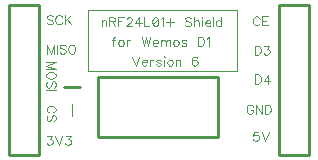
<source format=gbr>
G04 DipTrace 3.1.0.1*
G04 TopSilk.gbr*
%MOIN*%
G04 #@! TF.FileFunction,Legend,Top*
G04 #@! TF.Part,Single*
%ADD10C,0.009843*%
%ADD14C,0.003937*%
%ADD27C,0.004632*%
%FSLAX26Y26*%
G04*
G70*
G90*
G75*
G01*
G04 TopSilk*
%LPD*%
X685827Y450787D2*
D10*
X1085827D1*
X685827Y650787D2*
X1085827D1*
X685827Y450787D2*
Y650787D1*
X1085827Y450787D2*
Y650787D1*
X1389764Y891255D2*
X1289764D1*
X1389764Y391255D2*
Y891255D1*
X1289764Y391255D2*
Y891255D1*
X1389764Y391255D2*
X1289764D1*
X489764Y891339D2*
X389764D1*
X489764Y391339D2*
Y891339D1*
X389764Y391339D2*
Y891339D1*
X489764Y391339D2*
X389764D1*
X574429Y617738D2*
X625571D1*
X654331Y872835D2*
D14*
X1148031D1*
Y671654D1*
X654331D1*
Y872835D1*
X598819Y560630D2*
Y521654D1*
X698189Y839672D2*
D27*
Y819576D1*
Y833935D2*
X702500Y838246D1*
X705385Y839672D1*
X709663D1*
X712548Y838246D1*
X713974Y833935D1*
Y819576D1*
X723237Y835361D2*
X736137D1*
X740448Y836820D1*
X741907Y838246D1*
X743333Y841098D1*
Y843983D1*
X741907Y846835D1*
X740448Y848294D1*
X736137Y849720D1*
X723237D1*
Y819576D1*
X733285Y835361D2*
X743333Y819576D1*
X771267Y849720D2*
X752597D1*
Y819576D1*
Y835361D2*
X764071D1*
X781989Y842524D2*
Y843950D1*
X783415Y846835D1*
X784841Y848261D1*
X787726Y849687D1*
X793463D1*
X796315Y848261D1*
X797741Y846835D1*
X799200Y843950D1*
Y841098D1*
X797741Y838213D1*
X794889Y833935D1*
X780530Y819576D1*
X800626D1*
X824249D2*
Y849687D1*
X809890Y829624D1*
X831412D1*
X840675Y849720D2*
Y819576D1*
X857886D1*
X875772Y849687D2*
X871461Y848261D1*
X868576Y843950D1*
X867150Y836787D1*
Y832476D1*
X868576Y825313D1*
X871461Y821002D1*
X875772Y819576D1*
X878624D1*
X882935Y821002D1*
X885787Y825313D1*
X887246Y832476D1*
Y836787D1*
X885787Y843950D1*
X882935Y848261D1*
X878624Y849687D1*
X875772D1*
X885787Y843950D2*
X868576Y825313D1*
X896509Y843950D2*
X899394Y845409D1*
X903705Y849687D1*
Y819576D1*
X925869Y847548D2*
Y821715D1*
X912969Y834615D2*
X938802D1*
X997322Y845409D2*
X994470Y848294D1*
X990159Y849720D1*
X984422D1*
X980111Y848294D1*
X977226Y845409D1*
Y842557D1*
X978685Y839672D1*
X980111Y838246D1*
X982963Y836820D1*
X991585Y833935D1*
X994470Y832509D1*
X995896Y831050D1*
X997322Y828198D1*
Y823887D1*
X994470Y821035D1*
X990159Y819576D1*
X984422D1*
X980111Y821035D1*
X977226Y823887D1*
X1006586Y849720D2*
Y819576D1*
Y833935D2*
X1010897Y838246D1*
X1013782Y839672D1*
X1018093D1*
X1020945Y838246D1*
X1022371Y833935D1*
Y819576D1*
X1031634Y849720D2*
X1033060Y848294D1*
X1034519Y849720D1*
X1033060Y851179D1*
X1031634Y849720D1*
X1033060Y839672D2*
Y819576D1*
X1043783Y831050D2*
X1060994D1*
Y833935D1*
X1059568Y836820D1*
X1058142Y838246D1*
X1055257Y839672D1*
X1050946D1*
X1048094Y838246D1*
X1045209Y835361D1*
X1043783Y831050D1*
Y828198D1*
X1045209Y823887D1*
X1048094Y821035D1*
X1050946Y819576D1*
X1055257D1*
X1058142Y821035D1*
X1060994Y823887D1*
X1070257Y849720D2*
Y819576D1*
X1096732Y849720D2*
Y819576D1*
Y835361D2*
X1093880Y838246D1*
X1090995Y839672D1*
X1086684D1*
X1083832Y838246D1*
X1080947Y835361D1*
X1079521Y831050D1*
Y828198D1*
X1080947Y823887D1*
X1083832Y821035D1*
X1086684Y819576D1*
X1090995D1*
X1093880Y821035D1*
X1096732Y823887D1*
X744308Y783578D2*
X741456D1*
X738571Y782152D1*
X737145Y777841D1*
Y753434D1*
X732834Y773530D2*
X742882D1*
X760735D2*
X757883Y772104D1*
X754998Y769219D1*
X753572Y764908D1*
Y762056D1*
X754998Y757745D1*
X757883Y754893D1*
X760735Y753434D1*
X765046D1*
X767931Y754893D1*
X770783Y757745D1*
X772242Y762056D1*
Y764908D1*
X770783Y769219D1*
X767931Y772104D1*
X765046Y773530D1*
X760735D1*
X781505D2*
Y753434D1*
Y764908D2*
X782964Y769219D1*
X785816Y772104D1*
X788701Y773530D1*
X793012D1*
X831437Y783578D2*
X838633Y753434D1*
X845796Y783578D1*
X852959Y753434D1*
X860155Y783578D1*
X869418Y764908D2*
X886629D1*
Y767793D1*
X885203Y770678D1*
X883777Y772104D1*
X880892Y773530D1*
X876581D1*
X873729Y772104D1*
X870844Y769219D1*
X869418Y764908D1*
Y762056D1*
X870844Y757745D1*
X873729Y754893D1*
X876581Y753434D1*
X880892D1*
X883777Y754893D1*
X886629Y757745D1*
X895893Y773530D2*
Y753434D1*
Y767793D2*
X900204Y772104D1*
X903089Y773530D1*
X907367D1*
X910252Y772104D1*
X911678Y767793D1*
Y753434D1*
Y767793D2*
X915989Y772104D1*
X918874Y773530D1*
X923152D1*
X926037Y772104D1*
X927496Y767793D1*
Y753434D1*
X943922Y773530D2*
X941070Y772104D1*
X938185Y769219D1*
X936759Y764908D1*
Y762056D1*
X938185Y757745D1*
X941070Y754893D1*
X943922Y753434D1*
X948233D1*
X951118Y754893D1*
X953970Y757745D1*
X955429Y762056D1*
Y764908D1*
X953970Y769219D1*
X951118Y772104D1*
X948233Y773530D1*
X943922D1*
X980478Y769219D2*
X979052Y772104D1*
X974741Y773530D1*
X970430D1*
X966119Y772104D1*
X964693Y769219D1*
X966119Y766367D1*
X969004Y764908D1*
X976167Y763482D1*
X979052Y762056D1*
X980478Y759171D1*
Y757745D1*
X979052Y754893D1*
X974741Y753434D1*
X970430D1*
X966119Y754893D1*
X964693Y757745D1*
X1018902Y783578D2*
Y753434D1*
X1028950D1*
X1033261Y754893D1*
X1036146Y757745D1*
X1037572Y760630D1*
X1038998Y764908D1*
Y772104D1*
X1037572Y776415D1*
X1036146Y779267D1*
X1033261Y782152D1*
X1028950Y783578D1*
X1018902D1*
X1048262Y777808D2*
X1051147Y779267D1*
X1055458Y783545D1*
Y753434D1*
X800658Y718528D2*
X812132Y688384D1*
X823606Y718528D1*
X832870Y699858D2*
X850081D1*
Y702743D1*
X848655Y705628D1*
X847229Y707054D1*
X844344Y708480D1*
X840033D1*
X837181Y707054D1*
X834296Y704169D1*
X832870Y699858D1*
Y697006D1*
X834296Y692695D1*
X837181Y689843D1*
X840033Y688384D1*
X844344D1*
X847229Y689843D1*
X850081Y692695D1*
X859344Y708480D2*
Y688384D1*
Y699858D2*
X860803Y704169D1*
X863655Y707054D1*
X866540Y708480D1*
X870851D1*
X895900Y704169D2*
X894474Y707054D1*
X890163Y708480D1*
X885852D1*
X881541Y707054D1*
X880115Y704169D1*
X881541Y701317D1*
X884426Y699858D1*
X891589Y698432D1*
X894474Y697006D1*
X895900Y694121D1*
Y692695D1*
X894474Y689843D1*
X890163Y688384D1*
X885852D1*
X881541Y689843D1*
X880115Y692695D1*
X905164Y718528D2*
X906589Y717102D1*
X908049Y718528D1*
X906589Y719987D1*
X905164Y718528D1*
X906589Y708480D2*
Y688384D1*
X924475Y708480D2*
X921623Y707054D1*
X918738Y704169D1*
X917312Y699858D1*
Y697006D1*
X918738Y692695D1*
X921623Y689843D1*
X924475Y688384D1*
X928786D1*
X931671Y689843D1*
X934523Y692695D1*
X935982Y697006D1*
Y699858D1*
X934523Y704169D1*
X931671Y707054D1*
X928786Y708480D1*
X924475D1*
X945246D2*
Y688384D1*
Y702743D2*
X949557Y707054D1*
X952442Y708480D1*
X956720D1*
X959605Y707054D1*
X961031Y702743D1*
Y688384D1*
X1016666Y714217D2*
X1015240Y717069D1*
X1010929Y718495D1*
X1008077D1*
X1003766Y717069D1*
X1000881Y712758D1*
X999455Y705595D1*
Y698432D1*
X1000881Y692695D1*
X1003766Y689810D1*
X1008077Y688384D1*
X1009503D1*
X1013781Y689810D1*
X1016666Y692695D1*
X1018092Y697006D1*
Y698432D1*
X1016666Y702743D1*
X1013781Y705595D1*
X1009503Y707021D1*
X1008077D1*
X1003766Y705595D1*
X1000881Y702743D1*
X999455Y698432D1*
X517734Y454057D2*
X533486D1*
X524897Y442583D1*
X529208D1*
X532060Y441157D1*
X533486Y439731D1*
X534945Y435420D1*
Y432568D1*
X533486Y428257D1*
X530634Y425372D1*
X526323Y423946D1*
X522012D1*
X517734Y425372D1*
X516308Y426831D1*
X514849Y429683D1*
X544208Y454090D2*
X555682Y423946D1*
X567156Y454090D1*
X579305Y454057D2*
X595057D1*
X586468Y442583D1*
X590779D1*
X593631Y441157D1*
X595057Y439731D1*
X596516Y435420D1*
Y432568D1*
X595057Y428257D1*
X592205Y425372D1*
X587894Y423946D1*
X583583D1*
X579305Y425372D1*
X577879Y426831D1*
X576420Y429683D1*
X1224653Y845050D2*
X1223227Y847902D1*
X1220342Y850787D1*
X1217490Y852213D1*
X1211753D1*
X1208868Y850787D1*
X1206016Y847902D1*
X1204557Y845050D1*
X1203131Y840739D1*
Y833543D1*
X1204557Y829265D1*
X1206016Y826380D1*
X1208868Y823528D1*
X1211753Y822069D1*
X1217490D1*
X1220342Y823528D1*
X1223227Y826380D1*
X1224653Y829265D1*
X1252553Y852213D2*
X1233916D1*
Y822069D1*
X1252553D1*
X1233916Y837854D2*
X1245390D1*
X537839Y532112D2*
X540691Y533538D1*
X543576Y536423D1*
X545002Y539275D1*
Y545012D1*
X543576Y547897D1*
X540691Y550749D1*
X537839Y552208D1*
X533528Y553634D1*
X526332D1*
X522054Y552208D1*
X519169Y550749D1*
X516317Y547897D1*
X514858Y545012D1*
Y539275D1*
X516317Y536423D1*
X519169Y533538D1*
X522054Y532112D1*
X540691Y502753D2*
X543576Y505605D1*
X545002Y509916D1*
Y515653D1*
X543576Y519964D1*
X540691Y522849D1*
X537839D1*
X534954Y521390D1*
X533528Y519964D1*
X532102Y517112D1*
X529217Y508490D1*
X527791Y505605D1*
X526332Y504179D1*
X523480Y502753D1*
X519169D1*
X516317Y505605D1*
X514858Y509916D1*
Y515653D1*
X516317Y519964D1*
X519169Y522849D1*
X514466Y676751D2*
X544610D1*
X514465Y688225D1*
X544610Y699698D1*
X514466D1*
X544609Y658865D2*
X543184Y661750D1*
X540298Y664602D1*
X537447Y666061D1*
X533136Y667487D1*
X525939D1*
X521662Y666061D1*
X518777Y664602D1*
X515925Y661750D1*
X514466Y658865D1*
Y653128D1*
X515925Y650276D1*
X518777Y647391D1*
X521662Y645965D1*
X525939Y644539D1*
X533136D1*
X537447Y645965D1*
X540298Y647391D1*
X543184Y650276D1*
X544609Y653128D1*
Y658865D1*
X540298Y615180D2*
X543184Y618032D1*
X544610Y622343D1*
Y628080D1*
X543184Y632391D1*
X540298Y635276D1*
X537447D1*
X534562Y633816D1*
X533136Y632391D1*
X531710Y629539D1*
X528825Y620917D1*
X527399Y618032D1*
X525939Y616606D1*
X523088Y615180D1*
X518777D1*
X515925Y618032D1*
X514466Y622343D1*
Y628080D1*
X515925Y632391D1*
X518777Y635276D1*
X544610Y605916D2*
X514466D1*
X539613Y728124D2*
Y758268D1*
X528139Y728124D1*
X516665Y758268D1*
Y728124D1*
X548876Y758268D2*
Y728124D1*
X578236Y753957D2*
X575384Y756842D1*
X571073Y758268D1*
X565336D1*
X561025Y756842D1*
X558140Y753957D1*
Y751105D1*
X559599Y748220D1*
X561025Y746794D1*
X563877Y745368D1*
X572499Y742483D1*
X575384Y741057D1*
X576810Y739598D1*
X578236Y736746D1*
Y732435D1*
X575384Y729583D1*
X571073Y728124D1*
X565336D1*
X561025Y729583D1*
X558140Y732435D1*
X596122Y758268D2*
X593237Y756842D1*
X590385Y753957D1*
X588925Y751105D1*
X587500Y746794D1*
Y739598D1*
X588925Y735320D1*
X590385Y732435D1*
X593237Y729583D1*
X596122Y728124D1*
X601859D1*
X604710Y729583D1*
X607596Y732435D1*
X609021Y735320D1*
X610447Y739598D1*
Y746794D1*
X609021Y751105D1*
X607596Y753957D1*
X604710Y756842D1*
X601859Y758268D1*
X596122D1*
X535264Y852066D2*
X532412Y854951D1*
X528101Y856377D1*
X522364D1*
X518053Y854951D1*
X515168Y852066D1*
Y849214D1*
X516627Y846329D1*
X518053Y844903D1*
X520905Y843477D1*
X529527Y840592D1*
X532412Y839166D1*
X533838Y837707D1*
X535264Y834855D1*
Y830544D1*
X532412Y827692D1*
X528101Y826233D1*
X522364D1*
X518053Y827692D1*
X515168Y830544D1*
X566049Y849214D2*
X564623Y852066D1*
X561738Y854951D1*
X558886Y856377D1*
X553149D1*
X550264Y854951D1*
X547412Y852066D1*
X545953Y849214D1*
X544527Y844903D1*
Y837707D1*
X545953Y833429D1*
X547412Y830544D1*
X550264Y827692D1*
X553149Y826233D1*
X558886D1*
X561738Y827692D1*
X564623Y830544D1*
X566049Y833429D1*
X575313Y856377D2*
Y826233D1*
X595409Y856377D2*
X575313Y836281D1*
X582476Y843477D2*
X595409Y826233D1*
X1202831Y550789D2*
X1201405Y553641D1*
X1198520Y556526D1*
X1195668Y557952D1*
X1189931D1*
X1187046Y556526D1*
X1184194Y553641D1*
X1182735Y550789D1*
X1181309Y546478D1*
Y539282D1*
X1182735Y535004D1*
X1184194Y532119D1*
X1187046Y529267D1*
X1189931Y527808D1*
X1195668D1*
X1198520Y529267D1*
X1201405Y532119D1*
X1202831Y535004D1*
Y539282D1*
X1195668D1*
X1232191Y557952D2*
Y527808D1*
X1212095Y557952D1*
Y527808D1*
X1241454Y557952D2*
Y527808D1*
X1251502D1*
X1255813Y529267D1*
X1258698Y532119D1*
X1260124Y535004D1*
X1261550Y539282D1*
Y546478D1*
X1260124Y550789D1*
X1258698Y553641D1*
X1255813Y556526D1*
X1251502Y557952D1*
X1241454D1*
X1208766Y754426D2*
Y724282D1*
X1218814D1*
X1223125Y725741D1*
X1226010Y728593D1*
X1227436Y731478D1*
X1228862Y735756D1*
Y742952D1*
X1227436Y747263D1*
X1226010Y750115D1*
X1223125Y753000D1*
X1218814Y754426D1*
X1208766D1*
X1241011Y754393D2*
X1256762D1*
X1248174Y742919D1*
X1252485D1*
X1255337Y741493D1*
X1256762Y740067D1*
X1258222Y735756D1*
Y732904D1*
X1256762Y728593D1*
X1253911Y725708D1*
X1249600Y724282D1*
X1245289D1*
X1241011Y725708D1*
X1239585Y727167D1*
X1238126Y730019D1*
X1209836Y658583D2*
Y628439D1*
X1219884D1*
X1224195Y629898D1*
X1227080Y632750D1*
X1228506Y635635D1*
X1229932Y639913D1*
Y647109D1*
X1228506Y651420D1*
X1227080Y654272D1*
X1224195Y657157D1*
X1219884Y658583D1*
X1209836D1*
X1253554Y628439D2*
Y658550D1*
X1239195Y638487D1*
X1260717D1*
X1220296Y467991D2*
X1205970D1*
X1204544Y455091D1*
X1205970Y456517D1*
X1210281Y457976D1*
X1214559D1*
X1218870Y456517D1*
X1221755Y453665D1*
X1223181Y449354D1*
Y446502D1*
X1221755Y442191D1*
X1218870Y439306D1*
X1214559Y437880D1*
X1210281D1*
X1205970Y439306D1*
X1204544Y440765D1*
X1203085Y443617D1*
X1232444Y468024D2*
X1243918Y437880D1*
X1255392Y468024D1*
M02*

</source>
